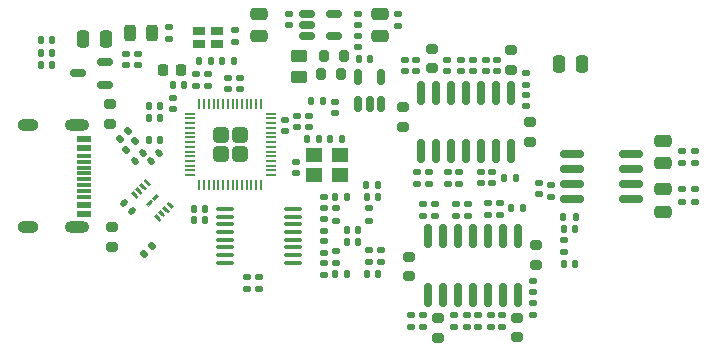
<source format=gbr>
%TF.GenerationSoftware,KiCad,Pcbnew,7.0.7*%
%TF.CreationDate,2024-02-10T10:35:29-08:00*%
%TF.ProjectId,Bandit_Dev_Platform,42616e64-6974-45f4-9465-765f506c6174,rev?*%
%TF.SameCoordinates,Original*%
%TF.FileFunction,Paste,Top*%
%TF.FilePolarity,Positive*%
%FSLAX46Y46*%
G04 Gerber Fmt 4.6, Leading zero omitted, Abs format (unit mm)*
G04 Created by KiCad (PCBNEW 7.0.7) date 2024-02-10 10:35:29*
%MOMM*%
%LPD*%
G01*
G04 APERTURE LIST*
G04 Aperture macros list*
%AMRoundRect*
0 Rectangle with rounded corners*
0 $1 Rounding radius*
0 $2 $3 $4 $5 $6 $7 $8 $9 X,Y pos of 4 corners*
0 Add a 4 corners polygon primitive as box body*
4,1,4,$2,$3,$4,$5,$6,$7,$8,$9,$2,$3,0*
0 Add four circle primitives for the rounded corners*
1,1,$1+$1,$2,$3*
1,1,$1+$1,$4,$5*
1,1,$1+$1,$6,$7*
1,1,$1+$1,$8,$9*
0 Add four rect primitives between the rounded corners*
20,1,$1+$1,$2,$3,$4,$5,0*
20,1,$1+$1,$4,$5,$6,$7,0*
20,1,$1+$1,$6,$7,$8,$9,0*
20,1,$1+$1,$8,$9,$2,$3,0*%
G04 Aperture macros list end*
%ADD10C,0.010000*%
%ADD11RoundRect,0.140000X0.170000X-0.140000X0.170000X0.140000X-0.170000X0.140000X-0.170000X-0.140000X0*%
%ADD12RoundRect,0.140000X0.140000X0.170000X-0.140000X0.170000X-0.140000X-0.170000X0.140000X-0.170000X0*%
%ADD13RoundRect,0.140000X-0.140000X-0.170000X0.140000X-0.170000X0.140000X0.170000X-0.140000X0.170000X0*%
%ADD14RoundRect,0.135000X-0.135000X-0.185000X0.135000X-0.185000X0.135000X0.185000X-0.135000X0.185000X0*%
%ADD15RoundRect,0.135000X0.185000X-0.135000X0.185000X0.135000X-0.185000X0.135000X-0.185000X-0.135000X0*%
%ADD16RoundRect,0.135000X-0.185000X0.135000X-0.185000X-0.135000X0.185000X-0.135000X0.185000X0.135000X0*%
%ADD17RoundRect,0.135000X0.135000X0.185000X-0.135000X0.185000X-0.135000X-0.185000X0.135000X-0.185000X0*%
%ADD18RoundRect,0.140000X-0.170000X0.140000X-0.170000X-0.140000X0.170000X-0.140000X0.170000X0.140000X0*%
%ADD19RoundRect,0.200000X-0.200000X-0.275000X0.200000X-0.275000X0.200000X0.275000X-0.200000X0.275000X0*%
%ADD20R,1.150000X0.600000*%
%ADD21R,1.150000X0.300000*%
%ADD22O,2.100000X1.000000*%
%ADD23O,1.800000X1.000000*%
%ADD24RoundRect,0.200000X-0.275000X0.200000X-0.275000X-0.200000X0.275000X-0.200000X0.275000X0.200000X0*%
%ADD25RoundRect,0.218750X0.218750X0.256250X-0.218750X0.256250X-0.218750X-0.256250X0.218750X-0.256250X0*%
%ADD26RoundRect,0.200000X0.200000X0.275000X-0.200000X0.275000X-0.200000X-0.275000X0.200000X-0.275000X0*%
%ADD27RoundRect,0.150000X0.825000X0.150000X-0.825000X0.150000X-0.825000X-0.150000X0.825000X-0.150000X0*%
%ADD28RoundRect,0.200000X0.275000X-0.200000X0.275000X0.200000X-0.275000X0.200000X-0.275000X-0.200000X0*%
%ADD29RoundRect,0.140000X-0.021213X0.219203X-0.219203X0.021213X0.021213X-0.219203X0.219203X-0.021213X0*%
%ADD30RoundRect,0.100000X0.637500X0.100000X-0.637500X0.100000X-0.637500X-0.100000X0.637500X-0.100000X0*%
%ADD31R,1.000000X0.800000*%
%ADD32RoundRect,0.243750X0.243750X0.456250X-0.243750X0.456250X-0.243750X-0.456250X0.243750X-0.456250X0*%
%ADD33RoundRect,0.250000X0.250000X0.475000X-0.250000X0.475000X-0.250000X-0.475000X0.250000X-0.475000X0*%
%ADD34RoundRect,0.150000X-0.512500X-0.150000X0.512500X-0.150000X0.512500X0.150000X-0.512500X0.150000X0*%
%ADD35RoundRect,0.135000X-0.035355X0.226274X-0.226274X0.035355X0.035355X-0.226274X0.226274X-0.035355X0*%
%ADD36RoundRect,0.140000X-0.219203X-0.021213X-0.021213X-0.219203X0.219203X0.021213X0.021213X0.219203X0*%
%ADD37RoundRect,0.150000X-0.150000X0.825000X-0.150000X-0.825000X0.150000X-0.825000X0.150000X0.825000X0*%
%ADD38RoundRect,0.250000X0.450000X-0.262500X0.450000X0.262500X-0.450000X0.262500X-0.450000X-0.262500X0*%
%ADD39R,1.400000X1.200000*%
%ADD40RoundRect,0.150000X0.150000X-0.825000X0.150000X0.825000X-0.150000X0.825000X-0.150000X-0.825000X0*%
%ADD41RoundRect,0.250000X-0.475000X0.250000X-0.475000X-0.250000X0.475000X-0.250000X0.475000X0.250000X0*%
%ADD42RoundRect,0.150000X0.512500X0.150000X-0.512500X0.150000X-0.512500X-0.150000X0.512500X-0.150000X0*%
%ADD43RoundRect,0.135000X0.035355X-0.226274X0.226274X-0.035355X-0.035355X0.226274X-0.226274X0.035355X0*%
%ADD44RoundRect,0.249999X0.395001X-0.395001X0.395001X0.395001X-0.395001X0.395001X-0.395001X-0.395001X0*%
%ADD45RoundRect,0.050000X0.050000X-0.387500X0.050000X0.387500X-0.050000X0.387500X-0.050000X-0.387500X0*%
%ADD46RoundRect,0.050000X0.387500X-0.050000X0.387500X0.050000X-0.387500X0.050000X-0.387500X-0.050000X0*%
%ADD47RoundRect,0.150000X0.150000X-0.512500X0.150000X0.512500X-0.150000X0.512500X-0.150000X-0.512500X0*%
%ADD48RoundRect,0.250000X0.475000X-0.250000X0.475000X0.250000X-0.475000X0.250000X-0.475000X-0.250000X0*%
G04 APERTURE END LIST*
%TO.C,U5*%
D10*
X33450660Y-39480560D02*
X33309238Y-39621981D01*
X32920330Y-39233072D01*
X33061751Y-39091651D01*
X33450660Y-39480560D01*
G36*
X33450660Y-39480560D02*
G01*
X33309238Y-39621981D01*
X32920330Y-39233072D01*
X33061751Y-39091651D01*
X33450660Y-39480560D01*
G37*
X33804213Y-39127006D02*
X33662792Y-39268428D01*
X33273883Y-38879519D01*
X33415304Y-38738097D01*
X33804213Y-39127006D01*
G36*
X33804213Y-39127006D02*
G01*
X33662792Y-39268428D01*
X33273883Y-38879519D01*
X33415304Y-38738097D01*
X33804213Y-39127006D01*
G37*
X34157767Y-38773453D02*
X34016345Y-38914874D01*
X33627436Y-38525965D01*
X33768858Y-38384544D01*
X34157767Y-38773453D01*
G36*
X34157767Y-38773453D02*
G01*
X34016345Y-38914874D01*
X33627436Y-38525965D01*
X33768858Y-38384544D01*
X34157767Y-38773453D01*
G37*
X34511320Y-38419899D02*
X34369899Y-38561321D01*
X33980990Y-38172412D01*
X34122411Y-38030991D01*
X34511320Y-38419899D01*
G36*
X34511320Y-38419899D02*
G01*
X34369899Y-38561321D01*
X33980990Y-38172412D01*
X34122411Y-38030991D01*
X34511320Y-38419899D01*
G37*
X32743553Y-37995635D02*
X32390000Y-38349189D01*
X32248578Y-38207767D01*
X32602132Y-37854214D01*
X32743553Y-37995635D01*
G36*
X32743553Y-37995635D02*
G01*
X32390000Y-38349189D01*
X32248578Y-38207767D01*
X32602132Y-37854214D01*
X32743553Y-37995635D01*
G37*
X33238528Y-37500661D02*
X32884974Y-37854214D01*
X32743553Y-37712793D01*
X33097106Y-37359239D01*
X33238528Y-37500661D01*
G36*
X33238528Y-37500661D02*
G01*
X32884974Y-37854214D01*
X32743553Y-37712793D01*
X33097106Y-37359239D01*
X33238528Y-37500661D01*
G37*
X31506116Y-37536016D02*
X31364695Y-37677437D01*
X30975786Y-37288529D01*
X31117207Y-37147107D01*
X31506116Y-37536016D01*
G36*
X31506116Y-37536016D02*
G01*
X31364695Y-37677437D01*
X30975786Y-37288529D01*
X31117207Y-37147107D01*
X31506116Y-37536016D01*
G37*
X31859670Y-37182463D02*
X31718248Y-37323884D01*
X31329339Y-36934975D01*
X31470761Y-36793554D01*
X31859670Y-37182463D01*
G36*
X31859670Y-37182463D02*
G01*
X31718248Y-37323884D01*
X31329339Y-36934975D01*
X31470761Y-36793554D01*
X31859670Y-37182463D01*
G37*
X32213223Y-36828909D02*
X32071802Y-36970331D01*
X31682893Y-36581422D01*
X31824314Y-36440000D01*
X32213223Y-36828909D01*
G36*
X32213223Y-36828909D02*
G01*
X32071802Y-36970331D01*
X31682893Y-36581422D01*
X31824314Y-36440000D01*
X32213223Y-36828909D01*
G37*
X32566776Y-36475356D02*
X32425355Y-36616777D01*
X32036446Y-36227868D01*
X32177868Y-36086447D01*
X32566776Y-36475356D01*
G36*
X32566776Y-36475356D02*
G01*
X32425355Y-36616777D01*
X32036446Y-36227868D01*
X32177868Y-36086447D01*
X32566776Y-36475356D01*
G37*
%TD*%
D11*
%TO.C,C70*%
X39200000Y-28460000D03*
X39200000Y-27500000D03*
%TD*%
D12*
%TO.C,C15*%
X50180000Y-40400000D03*
X49220000Y-40400000D03*
%TD*%
%TO.C,C12*%
X50180000Y-41400000D03*
X49220000Y-41400000D03*
%TD*%
D13*
%TO.C,C3*%
X67620000Y-43300000D03*
X68580000Y-43300000D03*
%TD*%
D14*
%TO.C,R42*%
X50890000Y-36600000D03*
X51910000Y-36600000D03*
%TD*%
D15*
%TO.C,R20*%
X51100000Y-39610000D03*
X51100000Y-38590000D03*
%TD*%
%TO.C,R19*%
X52100000Y-43110000D03*
X52100000Y-42090000D03*
%TD*%
D16*
%TO.C,R18*%
X51100000Y-42090000D03*
X51100000Y-43110000D03*
%TD*%
D14*
%TO.C,R17*%
X67590000Y-39300000D03*
X68610000Y-39300000D03*
%TD*%
D15*
%TO.C,R16*%
X67600000Y-42310000D03*
X67600000Y-41290000D03*
%TD*%
D13*
%TO.C,C18*%
X50920000Y-37650000D03*
X51880000Y-37650000D03*
%TD*%
%TO.C,C17*%
X50920000Y-44150000D03*
X51880000Y-44150000D03*
%TD*%
%TO.C,C2*%
X67620000Y-40300000D03*
X68580000Y-40300000D03*
%TD*%
D17*
%TO.C,R22*%
X49270000Y-37650000D03*
X48250000Y-37650000D03*
%TD*%
D18*
%TO.C,C3*%
X44375000Y-22095000D03*
X44375000Y-23055000D03*
%TD*%
%TO.C,C21*%
X47310000Y-39520000D03*
X47310000Y-40480000D03*
%TD*%
D11*
%TO.C,C59*%
X55127100Y-26960000D03*
X55127100Y-26000000D03*
%TD*%
D18*
%TO.C,C23*%
X47310000Y-37620000D03*
X47310000Y-38580000D03*
%TD*%
%TO.C,C8*%
X50225000Y-22095000D03*
X50225000Y-23055000D03*
%TD*%
D16*
%TO.C,R32*%
X64990200Y-46612500D03*
X64990200Y-47632500D03*
%TD*%
D19*
%TO.C,R8*%
X47350000Y-25675000D03*
X49000000Y-25675000D03*
%TD*%
D16*
%TO.C,R24*%
X48310000Y-42190000D03*
X48310000Y-43210000D03*
%TD*%
D20*
%TO.C,P1*%
X26980000Y-32670000D03*
X26980000Y-33470000D03*
D21*
X26980000Y-34620000D03*
X26980000Y-35620000D03*
X26980000Y-36120000D03*
X26980000Y-37120000D03*
D20*
X26980000Y-38270000D03*
X26980000Y-39070000D03*
X26980000Y-39070000D03*
X26980000Y-38270000D03*
D21*
X26980000Y-37620000D03*
X26980000Y-36620000D03*
X26980000Y-35120000D03*
X26980000Y-34120000D03*
D20*
X26980000Y-33470000D03*
X26980000Y-32670000D03*
D22*
X26405000Y-31550000D03*
D23*
X22225000Y-31550000D03*
D22*
X26405000Y-40190000D03*
D23*
X22225000Y-40190000D03*
%TD*%
D12*
%TO.C,C11*%
X35490000Y-28170000D03*
X34530000Y-28170000D03*
%TD*%
D11*
%TO.C,C30*%
X65500000Y-37380000D03*
X65500000Y-36420000D03*
%TD*%
D24*
%TO.C,R33*%
X65290200Y-41697500D03*
X65290200Y-43347500D03*
%TD*%
D25*
%TO.C,FB1*%
X35217500Y-26890000D03*
X33642500Y-26890000D03*
%TD*%
D11*
%TO.C,C14*%
X50225000Y-24955000D03*
X50225000Y-23995000D03*
%TD*%
D15*
%TO.C,R21*%
X48310000Y-39610000D03*
X48310000Y-38590000D03*
%TD*%
D18*
%TO.C,C60*%
X55690200Y-47642500D03*
X55690200Y-48602500D03*
%TD*%
D26*
%TO.C,R9*%
X48750000Y-27225000D03*
X47100000Y-27225000D03*
%TD*%
D27*
%TO.C,U7*%
X73275000Y-37780000D03*
X73275000Y-36510000D03*
X73275000Y-35240000D03*
X73275000Y-33970000D03*
X68325000Y-33970000D03*
X68325000Y-35240000D03*
X68325000Y-36510000D03*
X68325000Y-37780000D03*
%TD*%
D12*
%TO.C,C7*%
X48820000Y-32700000D03*
X47860000Y-32700000D03*
%TD*%
D11*
%TO.C,C16*%
X62390200Y-48602500D03*
X62390200Y-47642500D03*
%TD*%
D18*
%TO.C,C26*%
X40770000Y-44420000D03*
X40770000Y-45380000D03*
%TD*%
D28*
%TO.C,R30*%
X56990200Y-49547500D03*
X56990200Y-47897500D03*
%TD*%
D11*
%TO.C,C37*%
X36480000Y-28200000D03*
X36480000Y-27240000D03*
%TD*%
D12*
%TO.C,C6*%
X24300000Y-25400000D03*
X23340000Y-25400000D03*
%TD*%
D17*
%TO.C,R23*%
X49270000Y-44150000D03*
X48250000Y-44150000D03*
%TD*%
D18*
%TO.C,C32*%
X48275000Y-29545000D03*
X48275000Y-30505000D03*
%TD*%
D29*
%TO.C,C34*%
X31959411Y-33850589D03*
X31280589Y-34529411D03*
%TD*%
D30*
%TO.C,U1*%
X44652500Y-43185000D03*
X44652500Y-42535000D03*
X44652500Y-41885000D03*
X44652500Y-41235000D03*
X44652500Y-40585000D03*
X44652500Y-39935000D03*
X44652500Y-39285000D03*
X44652500Y-38635000D03*
X38927500Y-38635000D03*
X38927500Y-39285000D03*
X38927500Y-39935000D03*
X38927500Y-40585000D03*
X38927500Y-41235000D03*
X38927500Y-41885000D03*
X38927500Y-42535000D03*
X38927500Y-43185000D03*
%TD*%
D18*
%TO.C,C47*%
X64990200Y-44742500D03*
X64990200Y-45702500D03*
%TD*%
D15*
%TO.C,R39*%
X64427300Y-28114700D03*
X64427300Y-27094700D03*
%TD*%
D17*
%TO.C,R34*%
X64200200Y-38522500D03*
X63180200Y-38522500D03*
%TD*%
D18*
%TO.C,C38*%
X61000000Y-26020000D03*
X61000000Y-26980000D03*
%TD*%
D31*
%TO.C,D2*%
X36770000Y-23525000D03*
X38270000Y-23525000D03*
X38270000Y-24625000D03*
X36770000Y-24625000D03*
%TD*%
D18*
%TO.C,C50*%
X62190200Y-38142500D03*
X62190200Y-39102500D03*
%TD*%
D11*
%TO.C,C68*%
X30530000Y-26460000D03*
X30530000Y-25500000D03*
%TD*%
D12*
%TO.C,C29*%
X37260000Y-39600000D03*
X36300000Y-39600000D03*
%TD*%
D32*
%TO.C,D1*%
X32737500Y-23700000D03*
X30862500Y-23700000D03*
%TD*%
D12*
%TO.C,C63*%
X33450000Y-29900000D03*
X32490000Y-29900000D03*
%TD*%
D11*
%TO.C,C74*%
X40200000Y-28460000D03*
X40200000Y-27500000D03*
%TD*%
%TO.C,C51*%
X58763100Y-36480000D03*
X58763100Y-35520000D03*
%TD*%
%TO.C,C24*%
X47310000Y-44180000D03*
X47310000Y-43220000D03*
%TD*%
D24*
%TO.C,R37*%
X56427100Y-25075000D03*
X56427100Y-26725000D03*
%TD*%
D16*
%TO.C,R1*%
X39795000Y-23515000D03*
X39795000Y-24535000D03*
%TD*%
D33*
%TO.C,C73*%
X69150000Y-26375000D03*
X67250000Y-26375000D03*
%TD*%
D11*
%TO.C,C20*%
X61557100Y-36454600D03*
X61557100Y-35494600D03*
%TD*%
D14*
%TO.C,R2*%
X38650000Y-26100000D03*
X39670000Y-26100000D03*
%TD*%
D13*
%TO.C,C13*%
X50245000Y-25975000D03*
X51205000Y-25975000D03*
%TD*%
D11*
%TO.C,C35*%
X37500000Y-28200000D03*
X37500000Y-27240000D03*
%TD*%
%TO.C,C41*%
X60630000Y-36454600D03*
X60630000Y-35494600D03*
%TD*%
D15*
%TO.C,R35*%
X57823300Y-36535400D03*
X57823300Y-35515400D03*
%TD*%
D34*
%TO.C,U4*%
X45850000Y-22125000D03*
X45850000Y-23075000D03*
X45850000Y-24025000D03*
X48125000Y-24025000D03*
X48125000Y-22125000D03*
%TD*%
D11*
%TO.C,C66*%
X46050000Y-31710000D03*
X46050000Y-30750000D03*
%TD*%
D18*
%TO.C,C10*%
X44930000Y-34640000D03*
X44930000Y-35600000D03*
%TD*%
D29*
%TO.C,C33*%
X33349411Y-33920589D03*
X32670589Y-34599411D03*
%TD*%
D12*
%TO.C,C4*%
X24300000Y-26450000D03*
X23340000Y-26450000D03*
%TD*%
D11*
%TO.C,C65*%
X45050000Y-31710000D03*
X45050000Y-30750000D03*
%TD*%
D35*
%TO.C,R12*%
X32760624Y-41739376D03*
X32039376Y-42460624D03*
%TD*%
D11*
%TO.C,C44*%
X58290200Y-48602500D03*
X58290200Y-47642500D03*
%TD*%
D18*
%TO.C,C53*%
X57730700Y-26020000D03*
X57730700Y-26980000D03*
%TD*%
D15*
%TO.C,R15*%
X77600000Y-34750000D03*
X77600000Y-33730000D03*
%TD*%
D28*
%TO.C,R29*%
X54490200Y-44347500D03*
X54490200Y-42697500D03*
%TD*%
D18*
%TO.C,C9*%
X53575000Y-22145000D03*
X53575000Y-23105000D03*
%TD*%
D11*
%TO.C,C58*%
X59900000Y-26980000D03*
X59900000Y-26020000D03*
%TD*%
D28*
%TO.C,R40*%
X64744800Y-32925000D03*
X64744800Y-31275000D03*
%TD*%
%TO.C,R38*%
X63182700Y-26825000D03*
X63182700Y-25175000D03*
%TD*%
D11*
%TO.C,C54*%
X54200000Y-26960000D03*
X54200000Y-26000000D03*
%TD*%
D14*
%TO.C,R3*%
X36690000Y-26100000D03*
X37710000Y-26100000D03*
%TD*%
D36*
%TO.C,C1*%
X30420589Y-38090589D03*
X31099411Y-38769411D03*
%TD*%
D37*
%TO.C,U10*%
X63170000Y-28800000D03*
X61900000Y-28800000D03*
X60630000Y-28800000D03*
X59360000Y-28800000D03*
X58090000Y-28800000D03*
X56820000Y-28800000D03*
X55550000Y-28800000D03*
X55550000Y-33750000D03*
X56820000Y-33750000D03*
X58090000Y-33750000D03*
X59360000Y-33750000D03*
X60630000Y-33750000D03*
X61900000Y-33750000D03*
X63170000Y-33750000D03*
%TD*%
D16*
%TO.C,R28*%
X58490200Y-38212500D03*
X58490200Y-39232500D03*
%TD*%
D11*
%TO.C,C43*%
X56700200Y-39202500D03*
X56700200Y-38242500D03*
%TD*%
%TO.C,C40*%
X55690200Y-39202500D03*
X55690200Y-38242500D03*
%TD*%
D17*
%TO.C,R27*%
X47270000Y-29525000D03*
X46250000Y-29525000D03*
%TD*%
D16*
%TO.C,R6*%
X34200000Y-23190000D03*
X34200000Y-24210000D03*
%TD*%
D12*
%TO.C,C28*%
X37280000Y-38620000D03*
X36320000Y-38620000D03*
%TD*%
D15*
%TO.C,R25*%
X78700000Y-38000000D03*
X78700000Y-36980000D03*
%TD*%
D12*
%TO.C,C62*%
X33450000Y-30900000D03*
X32490000Y-30900000D03*
%TD*%
D38*
%TO.C,R7*%
X45175000Y-27487500D03*
X45175000Y-25662500D03*
%TD*%
D24*
%TO.C,R11*%
X29400000Y-40175000D03*
X29400000Y-41825000D03*
%TD*%
D18*
%TO.C,C48*%
X60390200Y-47642500D03*
X60390200Y-48602500D03*
%TD*%
D39*
%TO.C,Y1*%
X48670000Y-34080000D03*
X46470000Y-34080000D03*
X46470000Y-35780000D03*
X48670000Y-35780000D03*
%TD*%
D33*
%TO.C,C69*%
X28850000Y-24200000D03*
X26950000Y-24200000D03*
%TD*%
D11*
%TO.C,C22*%
X47310000Y-42330000D03*
X47310000Y-41370000D03*
%TD*%
D40*
%TO.C,U9*%
X56080200Y-45897500D03*
X57350200Y-45897500D03*
X58620200Y-45897500D03*
X59890200Y-45897500D03*
X61160200Y-45897500D03*
X62430200Y-45897500D03*
X63700200Y-45897500D03*
X63700200Y-40947500D03*
X62430200Y-40947500D03*
X61160200Y-40947500D03*
X59890200Y-40947500D03*
X58620200Y-40947500D03*
X57350200Y-40947500D03*
X56080200Y-40947500D03*
%TD*%
D41*
%TO.C,C72*%
X76000000Y-32850000D03*
X76000000Y-34750000D03*
%TD*%
D42*
%TO.C,U11*%
X28800000Y-28100000D03*
X28800000Y-26200000D03*
X26525000Y-27150000D03*
%TD*%
D12*
%TO.C,C36*%
X33460000Y-32810000D03*
X32500000Y-32810000D03*
%TD*%
D11*
%TO.C,C67*%
X31530000Y-26460000D03*
X31530000Y-25500000D03*
%TD*%
D43*
%TO.C,R4*%
X30039376Y-32710624D03*
X30760624Y-31989376D03*
%TD*%
D18*
%TO.C,C52*%
X56200000Y-35534900D03*
X56200000Y-36494900D03*
%TD*%
D11*
%TO.C,C64*%
X44050000Y-32020000D03*
X44050000Y-31060000D03*
%TD*%
D14*
%TO.C,R14*%
X45880000Y-32690000D03*
X46900000Y-32690000D03*
%TD*%
D18*
%TO.C,C42*%
X59490200Y-38242500D03*
X59490200Y-39202500D03*
%TD*%
D11*
%TO.C,C56*%
X64401900Y-29926200D03*
X64401900Y-28966200D03*
%TD*%
D16*
%TO.C,R13*%
X78700000Y-33730000D03*
X78700000Y-34750000D03*
%TD*%
D17*
%TO.C,R41*%
X63610000Y-36000000D03*
X62590000Y-36000000D03*
%TD*%
D44*
%TO.C,U2*%
X38567500Y-33970000D03*
X40167500Y-33970000D03*
X38567500Y-32370000D03*
X40167500Y-32370000D03*
D45*
X36767500Y-36607500D03*
X37167500Y-36607500D03*
X37567500Y-36607500D03*
X37967500Y-36607500D03*
X38367500Y-36607500D03*
X38767500Y-36607500D03*
X39167500Y-36607500D03*
X39567500Y-36607500D03*
X39967500Y-36607500D03*
X40367500Y-36607500D03*
X40767500Y-36607500D03*
X41167500Y-36607500D03*
X41567500Y-36607500D03*
X41967500Y-36607500D03*
D46*
X42805000Y-35770000D03*
X42805000Y-35370000D03*
X42805000Y-34970000D03*
X42805000Y-34570000D03*
X42805000Y-34170000D03*
X42805000Y-33770000D03*
X42805000Y-33370000D03*
X42805000Y-32970000D03*
X42805000Y-32570000D03*
X42805000Y-32170000D03*
X42805000Y-31770000D03*
X42805000Y-31370000D03*
X42805000Y-30970000D03*
X42805000Y-30570000D03*
D45*
X41967500Y-29732500D03*
X41567500Y-29732500D03*
X41167500Y-29732500D03*
X40767500Y-29732500D03*
X40367500Y-29732500D03*
X39967500Y-29732500D03*
X39567500Y-29732500D03*
X39167500Y-29732500D03*
X38767500Y-29732500D03*
X38367500Y-29732500D03*
X37967500Y-29732500D03*
X37567500Y-29732500D03*
X37167500Y-29732500D03*
X36767500Y-29732500D03*
D46*
X35930000Y-30570000D03*
X35930000Y-30970000D03*
X35930000Y-31370000D03*
X35930000Y-31770000D03*
X35930000Y-32170000D03*
X35930000Y-32570000D03*
X35930000Y-32970000D03*
X35930000Y-33370000D03*
X35930000Y-33770000D03*
X35930000Y-34170000D03*
X35930000Y-34570000D03*
X35930000Y-34970000D03*
X35930000Y-35370000D03*
X35930000Y-35770000D03*
%TD*%
D41*
%TO.C,C71*%
X52025000Y-22125000D03*
X52025000Y-24025000D03*
%TD*%
D11*
%TO.C,C57*%
X58900000Y-26980000D03*
X58900000Y-26020000D03*
%TD*%
%TO.C,C46*%
X61450200Y-48602500D03*
X61450200Y-47642500D03*
%TD*%
D18*
%TO.C,C27*%
X41770000Y-44420000D03*
X41770000Y-45380000D03*
%TD*%
%TO.C,C45*%
X54690200Y-47642500D03*
X54690200Y-48602500D03*
%TD*%
%TO.C,C39*%
X55194400Y-35520000D03*
X55194400Y-36480000D03*
%TD*%
D11*
%TO.C,C31*%
X66500000Y-37580000D03*
X66500000Y-36620000D03*
%TD*%
D47*
%TO.C,U6*%
X50225000Y-29762500D03*
X51175000Y-29762500D03*
X52125000Y-29762500D03*
X52125000Y-27487500D03*
X50225000Y-27487500D03*
%TD*%
D41*
%TO.C,C70*%
X41825000Y-22125000D03*
X41825000Y-24025000D03*
%TD*%
D11*
%TO.C,C61*%
X34570000Y-30180000D03*
X34570000Y-29220000D03*
%TD*%
D16*
%TO.C,R26*%
X77600000Y-36980000D03*
X77600000Y-38000000D03*
%TD*%
D43*
%TO.C,R5*%
X30589376Y-33610624D03*
X31310624Y-32889376D03*
%TD*%
D48*
%TO.C,C25*%
X76000000Y-38880000D03*
X76000000Y-36980000D03*
%TD*%
D18*
%TO.C,C19*%
X61190200Y-38142500D03*
X61190200Y-39102500D03*
%TD*%
D24*
%TO.C,R36*%
X54000600Y-30030900D03*
X54000600Y-31680900D03*
%TD*%
%TO.C,R31*%
X63690200Y-47822500D03*
X63690200Y-49472500D03*
%TD*%
D12*
%TO.C,C5*%
X24300000Y-24350000D03*
X23340000Y-24350000D03*
%TD*%
D18*
%TO.C,C49*%
X59390200Y-47642500D03*
X59390200Y-48602500D03*
%TD*%
D28*
%TO.C,R10*%
X29200000Y-31425000D03*
X29200000Y-29775000D03*
%TD*%
D18*
%TO.C,C55*%
X61939800Y-26022600D03*
X61939800Y-26982600D03*
%TD*%
M02*

</source>
